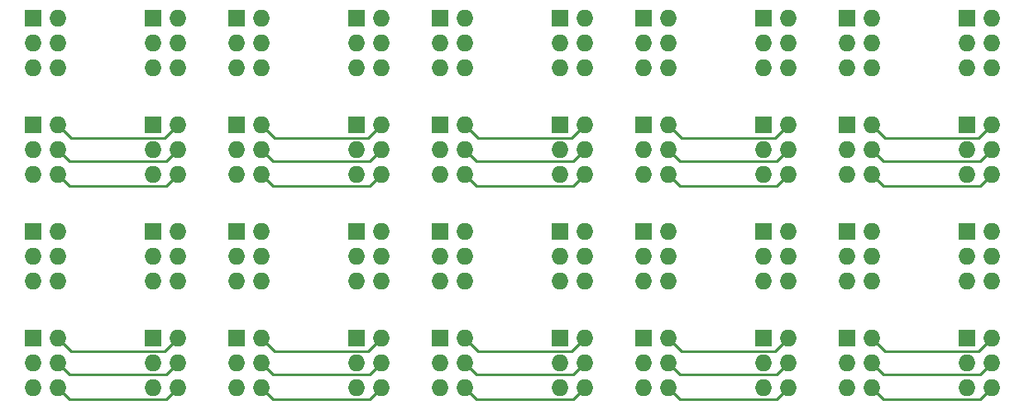
<source format=gtl>
G04 #@! TF.FileFunction,Copper,L1,Top,Signal*
%FSLAX46Y46*%
G04 Gerber Fmt 4.6, Leading zero omitted, Abs format (unit mm)*
G04 Created by KiCad (PCBNEW 4.0.5+dfsg1-4) date Wed Oct 11 12:16:19 2017*
%MOMM*%
%LPD*%
G01*
G04 APERTURE LIST*
%ADD10C,0.100000*%
%ADD11R,1.727200X1.727200*%
%ADD12O,1.727200X1.727200*%
%ADD13C,0.250000*%
G04 APERTURE END LIST*
D10*
D11*
X237401100Y-88747600D03*
D12*
X239941100Y-88747600D03*
X237401100Y-91287600D03*
X239941100Y-91287600D03*
X237401100Y-93827600D03*
X239941100Y-93827600D03*
D11*
X237401100Y-77825600D03*
D12*
X239941100Y-77825600D03*
X237401100Y-80365600D03*
X239941100Y-80365600D03*
X237401100Y-82905600D03*
X239941100Y-82905600D03*
D11*
X249682000Y-88747600D03*
D12*
X252222000Y-88747600D03*
X249682000Y-91287600D03*
X252222000Y-91287600D03*
X249682000Y-93827600D03*
X252222000Y-93827600D03*
D11*
X237401100Y-99669600D03*
D12*
X239941100Y-99669600D03*
X237401100Y-102209600D03*
X239941100Y-102209600D03*
X237401100Y-104749600D03*
X239941100Y-104749600D03*
D11*
X249682000Y-110591600D03*
D12*
X252222000Y-110591600D03*
X249682000Y-113131600D03*
X252222000Y-113131600D03*
X249682000Y-115671600D03*
X252222000Y-115671600D03*
D11*
X249682000Y-77825600D03*
D12*
X252222000Y-77825600D03*
X249682000Y-80365600D03*
X252222000Y-80365600D03*
X249682000Y-82905600D03*
X252222000Y-82905600D03*
D11*
X249682000Y-99669600D03*
D12*
X252222000Y-99669600D03*
X249682000Y-102209600D03*
X252222000Y-102209600D03*
X249682000Y-104749600D03*
X252222000Y-104749600D03*
D11*
X237401100Y-110591600D03*
D12*
X239941100Y-110591600D03*
X237401100Y-113131600D03*
X239941100Y-113131600D03*
X237401100Y-115671600D03*
X239941100Y-115671600D03*
D11*
X228854000Y-77825600D03*
D12*
X231394000Y-77825600D03*
X228854000Y-80365600D03*
X231394000Y-80365600D03*
X228854000Y-82905600D03*
X231394000Y-82905600D03*
D11*
X195745100Y-77825600D03*
D12*
X198285100Y-77825600D03*
X195745100Y-80365600D03*
X198285100Y-80365600D03*
X195745100Y-82905600D03*
X198285100Y-82905600D03*
D11*
X208026000Y-77825600D03*
D12*
X210566000Y-77825600D03*
X208026000Y-80365600D03*
X210566000Y-80365600D03*
X208026000Y-82905600D03*
X210566000Y-82905600D03*
D11*
X195745100Y-88747600D03*
D12*
X198285100Y-88747600D03*
X195745100Y-91287600D03*
X198285100Y-91287600D03*
X195745100Y-93827600D03*
X198285100Y-93827600D03*
D11*
X216573100Y-77825600D03*
D12*
X219113100Y-77825600D03*
X216573100Y-80365600D03*
X219113100Y-80365600D03*
X216573100Y-82905600D03*
X219113100Y-82905600D03*
D11*
X208026000Y-88747600D03*
D12*
X210566000Y-88747600D03*
X208026000Y-91287600D03*
X210566000Y-91287600D03*
X208026000Y-93827600D03*
X210566000Y-93827600D03*
D11*
X228854000Y-88747600D03*
D12*
X231394000Y-88747600D03*
X228854000Y-91287600D03*
X231394000Y-91287600D03*
X228854000Y-93827600D03*
X231394000Y-93827600D03*
D11*
X216573100Y-88747600D03*
D12*
X219113100Y-88747600D03*
X216573100Y-91287600D03*
X219113100Y-91287600D03*
X216573100Y-93827600D03*
X219113100Y-93827600D03*
D11*
X228854000Y-99669600D03*
D12*
X231394000Y-99669600D03*
X228854000Y-102209600D03*
X231394000Y-102209600D03*
X228854000Y-104749600D03*
X231394000Y-104749600D03*
D11*
X195745100Y-110591600D03*
D12*
X198285100Y-110591600D03*
X195745100Y-113131600D03*
X198285100Y-113131600D03*
X195745100Y-115671600D03*
X198285100Y-115671600D03*
D11*
X208026000Y-110591600D03*
D12*
X210566000Y-110591600D03*
X208026000Y-113131600D03*
X210566000Y-113131600D03*
X208026000Y-115671600D03*
X210566000Y-115671600D03*
D11*
X195745100Y-99669600D03*
D12*
X198285100Y-99669600D03*
X195745100Y-102209600D03*
X198285100Y-102209600D03*
X195745100Y-104749600D03*
X198285100Y-104749600D03*
D11*
X228854000Y-110591600D03*
D12*
X231394000Y-110591600D03*
X228854000Y-113131600D03*
X231394000Y-113131600D03*
X228854000Y-115671600D03*
X231394000Y-115671600D03*
D11*
X216573100Y-99669600D03*
D12*
X219113100Y-99669600D03*
X216573100Y-102209600D03*
X219113100Y-102209600D03*
X216573100Y-104749600D03*
X219113100Y-104749600D03*
D11*
X216573100Y-110591600D03*
D12*
X219113100Y-110591600D03*
X216573100Y-113131600D03*
X219113100Y-113131600D03*
X216573100Y-115671600D03*
X219113100Y-115671600D03*
D11*
X208026000Y-99669600D03*
D12*
X210566000Y-99669600D03*
X208026000Y-102209600D03*
X210566000Y-102209600D03*
X208026000Y-104749600D03*
X210566000Y-104749600D03*
D11*
X187198000Y-99669600D03*
D12*
X189738000Y-99669600D03*
X187198000Y-102209600D03*
X189738000Y-102209600D03*
X187198000Y-104749600D03*
X189738000Y-104749600D03*
D11*
X187198000Y-88747600D03*
D12*
X189738000Y-88747600D03*
X187198000Y-91287600D03*
X189738000Y-91287600D03*
X187198000Y-93827600D03*
X189738000Y-93827600D03*
D11*
X174917100Y-77825600D03*
D12*
X177457100Y-77825600D03*
X174917100Y-80365600D03*
X177457100Y-80365600D03*
X174917100Y-82905600D03*
X177457100Y-82905600D03*
D11*
X187198000Y-77825600D03*
D12*
X189738000Y-77825600D03*
X187198000Y-80365600D03*
X189738000Y-80365600D03*
X187198000Y-82905600D03*
X189738000Y-82905600D03*
D11*
X174917100Y-110591600D03*
D12*
X177457100Y-110591600D03*
X174917100Y-113131600D03*
X177457100Y-113131600D03*
X174917100Y-115671600D03*
X177457100Y-115671600D03*
D11*
X187198000Y-110591600D03*
D12*
X189738000Y-110591600D03*
X187198000Y-113131600D03*
X189738000Y-113131600D03*
X187198000Y-115671600D03*
X189738000Y-115671600D03*
D11*
X174917100Y-99669600D03*
D12*
X177457100Y-99669600D03*
X174917100Y-102209600D03*
X177457100Y-102209600D03*
X174917100Y-104749600D03*
X177457100Y-104749600D03*
D11*
X174917100Y-88747600D03*
D12*
X177457100Y-88747600D03*
X174917100Y-91287600D03*
X177457100Y-91287600D03*
X174917100Y-93827600D03*
X177457100Y-93827600D03*
D11*
X154089100Y-110591600D03*
D12*
X156629100Y-110591600D03*
X154089100Y-113131600D03*
X156629100Y-113131600D03*
X154089100Y-115671600D03*
X156629100Y-115671600D03*
D11*
X166370000Y-110591600D03*
D12*
X168910000Y-110591600D03*
X166370000Y-113131600D03*
X168910000Y-113131600D03*
X166370000Y-115671600D03*
X168910000Y-115671600D03*
D11*
X154089100Y-99669600D03*
D12*
X156629100Y-99669600D03*
X154089100Y-102209600D03*
X156629100Y-102209600D03*
X154089100Y-104749600D03*
X156629100Y-104749600D03*
D11*
X166370000Y-99669600D03*
D12*
X168910000Y-99669600D03*
X166370000Y-102209600D03*
X168910000Y-102209600D03*
X166370000Y-104749600D03*
X168910000Y-104749600D03*
D11*
X154089100Y-77825600D03*
D12*
X156629100Y-77825600D03*
X154089100Y-80365600D03*
X156629100Y-80365600D03*
X154089100Y-82905600D03*
X156629100Y-82905600D03*
D11*
X166370000Y-77825600D03*
D12*
X168910000Y-77825600D03*
X166370000Y-80365600D03*
X168910000Y-80365600D03*
X166370000Y-82905600D03*
X168910000Y-82905600D03*
D11*
X166370000Y-88747600D03*
D12*
X168910000Y-88747600D03*
X166370000Y-91287600D03*
X168910000Y-91287600D03*
X166370000Y-93827600D03*
X168910000Y-93827600D03*
D11*
X154089100Y-88747600D03*
D12*
X156629100Y-88747600D03*
X154089100Y-91287600D03*
X156629100Y-91287600D03*
X154089100Y-93827600D03*
X156629100Y-93827600D03*
D13*
X251358401Y-111455199D02*
X252222000Y-110591600D01*
X250870601Y-111942999D02*
X251358401Y-111455199D01*
X241292499Y-90098999D02*
X250870601Y-90098999D01*
X239941100Y-88747600D02*
X241292499Y-90098999D01*
X251358401Y-89611199D02*
X252222000Y-88747600D01*
X250870601Y-90098999D02*
X251358401Y-89611199D01*
X239941100Y-110591600D02*
X241292499Y-111942999D01*
X241292499Y-111942999D02*
X250870601Y-111942999D01*
X198285100Y-110591600D02*
X199636499Y-111942999D01*
X199636499Y-111942999D02*
X209214601Y-111942999D01*
X198285100Y-88747600D02*
X199636499Y-90098999D01*
X199636499Y-90098999D02*
X209214601Y-90098999D01*
X209214601Y-111942999D02*
X209702401Y-111455199D01*
X209702401Y-111455199D02*
X210566000Y-110591600D01*
X230042601Y-90098999D02*
X230530401Y-89611199D01*
X230530401Y-89611199D02*
X231394000Y-88747600D01*
X219113100Y-88747600D02*
X220464499Y-90098999D01*
X209214601Y-90098999D02*
X209702401Y-89611199D01*
X209702401Y-89611199D02*
X210566000Y-88747600D01*
X219113100Y-110591600D02*
X220464499Y-111942999D01*
X220464499Y-111942999D02*
X230042601Y-111942999D01*
X230530401Y-111455199D02*
X231394000Y-110591600D01*
X230042601Y-111942999D02*
X230530401Y-111455199D01*
X220464499Y-90098999D02*
X230042601Y-90098999D01*
X188386601Y-111942999D02*
X188874401Y-111455199D01*
X188874401Y-111455199D02*
X189738000Y-110591600D01*
X177457100Y-110591600D02*
X178808499Y-111942999D01*
X178808499Y-111942999D02*
X188386601Y-111942999D01*
X188874401Y-89611199D02*
X189738000Y-88747600D01*
X188386601Y-90098999D02*
X188874401Y-89611199D01*
X178808499Y-90098999D02*
X188386601Y-90098999D01*
X177457100Y-88747600D02*
X178808499Y-90098999D01*
X168046401Y-111455199D02*
X168910000Y-110591600D01*
X157980499Y-111942999D02*
X167558601Y-111942999D01*
X167558601Y-111942999D02*
X168046401Y-111455199D01*
X156629100Y-110591600D02*
X157980499Y-111942999D01*
X156629100Y-88747600D02*
X157980499Y-90098999D01*
X157980499Y-90098999D02*
X167558601Y-90098999D01*
X167558601Y-90098999D02*
X168046401Y-89611199D01*
X168046401Y-89611199D02*
X168910000Y-88747600D01*
X251033399Y-114320201D02*
X251358401Y-113995199D01*
X251358401Y-113995199D02*
X252222000Y-113131600D01*
X241129701Y-92476201D02*
X251033399Y-92476201D01*
X239941100Y-91287600D02*
X241129701Y-92476201D01*
X251033399Y-92476201D02*
X251358401Y-92151199D01*
X251358401Y-92151199D02*
X252222000Y-91287600D01*
X239941100Y-113131600D02*
X241129701Y-114320201D01*
X241129701Y-114320201D02*
X251033399Y-114320201D01*
X199473701Y-114320201D02*
X209377399Y-114320201D01*
X198285100Y-113131600D02*
X199473701Y-114320201D01*
X198285100Y-91287600D02*
X199473701Y-92476201D01*
X199473701Y-92476201D02*
X209377399Y-92476201D01*
X209377399Y-114320201D02*
X209702401Y-113995199D01*
X209702401Y-113995199D02*
X210566000Y-113131600D01*
X230205399Y-92476201D02*
X230530401Y-92151199D01*
X230530401Y-92151199D02*
X231394000Y-91287600D01*
X219113100Y-91287600D02*
X220301701Y-92476201D01*
X220301701Y-114320201D02*
X230205399Y-114320201D01*
X219113100Y-113131600D02*
X220301701Y-114320201D01*
X209377399Y-92476201D02*
X209702401Y-92151199D01*
X209702401Y-92151199D02*
X210566000Y-91287600D01*
X230205399Y-114320201D02*
X230530401Y-113995199D01*
X230530401Y-113995199D02*
X231394000Y-113131600D01*
X220301701Y-92476201D02*
X230205399Y-92476201D01*
X188549399Y-114320201D02*
X188874401Y-113995199D01*
X188874401Y-113995199D02*
X189738000Y-113131600D01*
X177457100Y-113131600D02*
X178645701Y-114320201D01*
X178645701Y-114320201D02*
X188549399Y-114320201D01*
X188874401Y-92151199D02*
X189738000Y-91287600D01*
X188549399Y-92476201D02*
X188874401Y-92151199D01*
X178645701Y-92476201D02*
X188549399Y-92476201D01*
X177457100Y-91287600D02*
X178645701Y-92476201D01*
X167721399Y-114320201D02*
X168046401Y-113995199D01*
X168046401Y-113995199D02*
X168910000Y-113131600D01*
X156629100Y-113131600D02*
X157817701Y-114320201D01*
X157817701Y-114320201D02*
X167721399Y-114320201D01*
X156629100Y-91287600D02*
X157817701Y-92476201D01*
X167721399Y-92476201D02*
X168046401Y-92151199D01*
X157817701Y-92476201D02*
X167721399Y-92476201D01*
X168046401Y-92151199D02*
X168910000Y-91287600D01*
X251033399Y-116860201D02*
X251358401Y-116535199D01*
X251358401Y-116535199D02*
X252222000Y-115671600D01*
X239941100Y-93827600D02*
X241129701Y-95016201D01*
X241129701Y-95016201D02*
X251033399Y-95016201D01*
X251033399Y-95016201D02*
X251358401Y-94691199D01*
X251358401Y-94691199D02*
X252222000Y-93827600D01*
X239941100Y-115671600D02*
X241129701Y-116860201D01*
X241129701Y-116860201D02*
X251033399Y-116860201D01*
X209702401Y-116535199D02*
X210566000Y-115671600D01*
X209377399Y-116860201D02*
X209702401Y-116535199D01*
X199473701Y-116860201D02*
X209377399Y-116860201D01*
X198285100Y-115671600D02*
X199473701Y-116860201D01*
X198285100Y-93827600D02*
X199473701Y-95016201D01*
X199473701Y-95016201D02*
X209377399Y-95016201D01*
X219113100Y-93827600D02*
X220301701Y-95016201D01*
X219113100Y-115671600D02*
X220301701Y-116860201D01*
X220301701Y-116860201D02*
X230205399Y-116860201D01*
X209702401Y-94691199D02*
X210566000Y-93827600D01*
X209377399Y-95016201D02*
X209702401Y-94691199D01*
X230205399Y-116860201D02*
X230530401Y-116535199D01*
X230530401Y-116535199D02*
X231394000Y-115671600D01*
X230205399Y-95016201D02*
X230530401Y-94691199D01*
X230530401Y-94691199D02*
X231394000Y-93827600D01*
X220301701Y-95016201D02*
X230205399Y-95016201D01*
X188549399Y-116860201D02*
X188874401Y-116535199D01*
X188874401Y-116535199D02*
X189738000Y-115671600D01*
X178645701Y-116860201D02*
X188549399Y-116860201D01*
X177457100Y-115671600D02*
X178645701Y-116860201D01*
X188549399Y-95016201D02*
X188874401Y-94691199D01*
X188874401Y-94691199D02*
X189738000Y-93827600D01*
X178645701Y-95016201D02*
X188549399Y-95016201D01*
X177457100Y-93827600D02*
X178645701Y-95016201D01*
X168046401Y-116535199D02*
X168910000Y-115671600D01*
X167721399Y-116860201D02*
X168046401Y-116535199D01*
X156629100Y-115671600D02*
X157817701Y-116860201D01*
X157817701Y-116860201D02*
X167721399Y-116860201D01*
X156629100Y-93827600D02*
X157817701Y-95016201D01*
X157817701Y-95016201D02*
X167721399Y-95016201D01*
X167721399Y-95016201D02*
X168046401Y-94691199D01*
X168046401Y-94691199D02*
X168910000Y-93827600D01*
M02*

</source>
